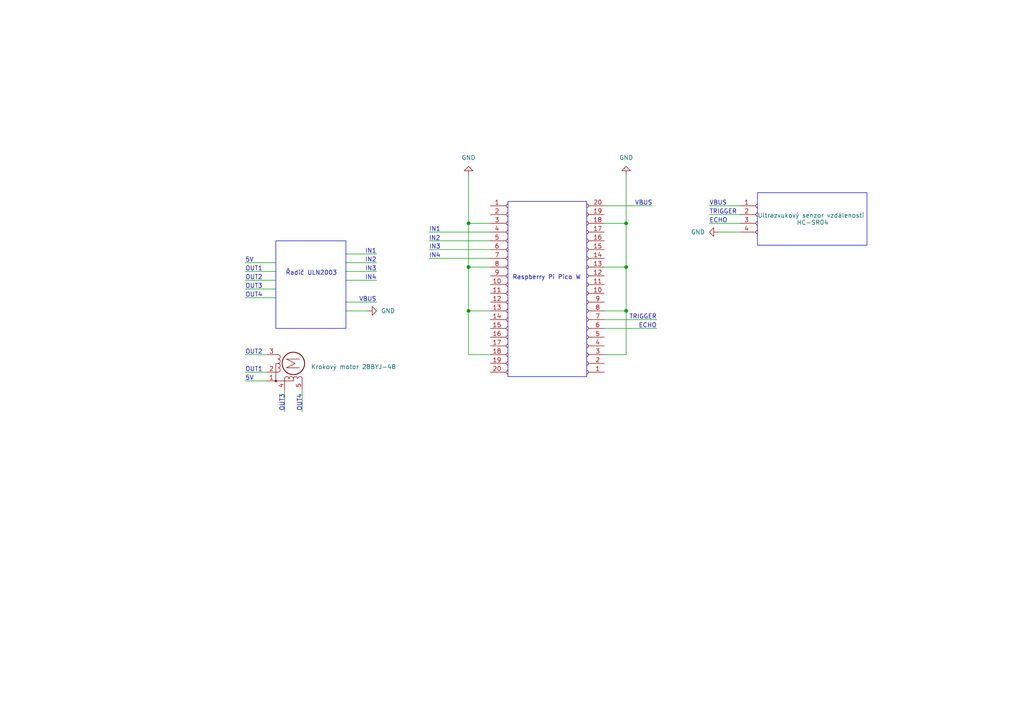
<source format=kicad_sch>
(kicad_sch (version 20230121) (generator eeschema)
  (paper "A4")
  (lib_symbols
    (symbol "Connector:Conn_01x04_Socket" (pin_names (offset 1.016) hide)
      (property "Reference" "J" (at 0 5.08 0))
      (property "Value" "Conn_01x04_Socket" (at 0 -7.62 0))
      (symbol "Conn_01x04_Socket_1_1"
        (arc (start 0 -4.572) (mid -0.5058 -5.08) (end 0 -5.588) (stroke (width 0.1524)))
        (arc (start 0 -2.032) (mid -0.5058 -2.54) (end 0 -3.048) (stroke (width 0.1524)))
        (polyline (pts (xy -1.27 -5.08) (xy -0.508 -5.08)) (stroke (width 0.1524)))
        (polyline (pts (xy -1.27 -2.54) (xy -0.508 -2.54)) (stroke (width 0.1524)))
        (polyline (pts (xy -1.27 0) (xy -0.508 0)) (stroke (width 0.1524)))
        (polyline (pts (xy -1.27 2.54) (xy -0.508 2.54)) (stroke (width 0.1524)))
        (arc (start 0 0.508) (mid -0.5058 0) (end 0 -0.508) (stroke (width 0.1524)))
        (arc (start 0 3.048) (mid -0.5058 2.54) (end 0 2.032) (stroke (width 0.1524)))
        (pin passive line (at -5.08 2.54 0) (length 3.81) (name "Pin_1") (number "1"))
        (pin passive line (at -5.08 0 0) (length 3.81) (name "Pin_2") (number "2"))
        (pin passive line (at -5.08 -2.54 0) (length 3.81) (name "Pin_3") (number "3"))
        (pin passive line (at -5.08 -5.08 0) (length 3.81) (name "Pin_4") (number "4"))
      )
    )
    (symbol "Connector:Conn_01x20_Socket" (pin_names (offset 1.016) hide)
      (property "Reference" "J" (at 0 25.4 0))
      (property "Value" "Conn_01x20_Socket" (at 0 -27.94 0))
      (symbol "Conn_01x20_Socket_1_1"
        (arc (start 0 -24.892) (mid -0.5058 -25.4) (end 0 -25.908) (stroke (width 0.1524)))
        (arc (start 0 -22.352) (mid -0.5058 -22.86) (end 0 -23.368) (stroke (width 0.1524)))
        (arc (start 0 -19.812) (mid -0.5058 -20.32) (end 0 -20.828) (stroke (width 0.1524)))
        (arc (start 0 -17.272) (mid -0.5058 -17.78) (end 0 -18.288) (stroke (width 0.1524)))
        (arc (start 0 -14.732) (mid -0.5058 -15.24) (end 0 -15.748) (stroke (width 0.1524)))
        (arc (start 0 -12.192) (mid -0.5058 -12.7) (end 0 -13.208) (stroke (width 0.1524)))
        (arc (start 0 -9.652) (mid -0.5058 -10.16) (end 0 -10.668) (stroke (width 0.1524)))
        (arc (start 0 -7.112) (mid -0.5058 -7.62) (end 0 -8.128) (stroke (width 0.1524)))
        (arc (start 0 -4.572) (mid -0.5058 -5.08) (end 0 -5.588) (stroke (width 0.1524)))
        (arc (start 0 -2.032) (mid -0.5058 -2.54) (end 0 -3.048) (stroke (width 0.1524)))
        (polyline (pts (xy -1.27 -25.4) (xy -0.508 -25.4)) (stroke (width 0.1524)))
        (polyline (pts (xy -1.27 -22.86) (xy -0.508 -22.86)) (stroke (width 0.1524)))
        (polyline (pts (xy -1.27 -20.32) (xy -0.508 -20.32)) (stroke (width 0.1524)))
        (polyline (pts (xy -1.27 -17.78) (xy -0.508 -17.78)) (stroke (width 0.1524)))
        (polyline (pts (xy -1.27 -15.24) (xy -0.508 -15.24)) (stroke (width 0.1524)))
        (polyline (pts (xy -1.27 -12.7) (xy -0.508 -12.7)) (stroke (width 0.1524)))
        (polyline (pts (xy -1.27 -10.16) (xy -0.508 -10.16)) (stroke (width 0.1524)))
        (polyline (pts (xy -1.27 -7.62) (xy -0.508 -7.62)) (stroke (width 0.1524)))
        (polyline (pts (xy -1.27 -5.08) (xy -0.508 -5.08)) (stroke (width 0.1524)))
        (polyline (pts (xy -1.27 -2.54) (xy -0.508 -2.54)) (stroke (width 0.1524)))
        (polyline (pts (xy -1.27 0) (xy -0.508 0)) (stroke (width 0.1524)))
        (polyline (pts (xy -1.27 2.54) (xy -0.508 2.54)) (stroke (width 0.1524)))
        (polyline (pts (xy -1.27 5.08) (xy -0.508 5.08)) (stroke (width 0.1524)))
        (polyline (pts (xy -1.27 7.62) (xy -0.508 7.62)) (stroke (width 0.1524)))
        (polyline (pts (xy -1.27 10.16) (xy -0.508 10.16)) (stroke (width 0.1524)))
        (polyline (pts (xy -1.27 12.7) (xy -0.508 12.7)) (stroke (width 0.1524)))
        (polyline (pts (xy -1.27 15.24) (xy -0.508 15.24)) (stroke (width 0.1524)))
        (polyline (pts (xy -1.27 17.78) (xy -0.508 17.78)) (stroke (width 0.1524)))
        (polyline (pts (xy -1.27 20.32) (xy -0.508 20.32)) (stroke (width 0.1524)))
        (polyline (pts (xy -1.27 22.86) (xy -0.508 22.86)) (stroke (width 0.1524)))
        (arc (start 0 0.508) (mid -0.5058 0) (end 0 -0.508) (stroke (width 0.1524)))
        (arc (start 0 3.048) (mid -0.5058 2.54) (end 0 2.032) (stroke (width 0.1524)))
        (arc (start 0 5.588) (mid -0.5058 5.08) (end 0 4.572) (stroke (width 0.1524)))
        (arc (start 0 8.128) (mid -0.5058 7.62) (end 0 7.112) (stroke (width 0.1524)))
        (arc (start 0 10.668) (mid -0.5058 10.16) (end 0 9.652) (stroke (width 0.1524)))
        (arc (start 0 13.208) (mid -0.5058 12.7) (end 0 12.192) (stroke (width 0.1524)))
        (arc (start 0 15.748) (mid -0.5058 15.24) (end 0 14.732) (stroke (width 0.1524)))
        (arc (start 0 18.288) (mid -0.5058 17.78) (end 0 17.272) (stroke (width 0.1524)))
        (arc (start 0 20.828) (mid -0.5058 20.32) (end 0 19.812) (stroke (width 0.1524)))
        (arc (start 0 23.368) (mid -0.5058 22.86) (end 0 22.352) (stroke (width 0.1524)))
        (pin passive line (at -5.08 22.86 0) (length 3.81) (name "Pin_1") (number "1"))
        (pin passive line (at -5.08 0 0) (length 3.81) (name "Pin_10") (number "10"))
        (pin passive line (at -5.08 -2.54 0) (length 3.81) (name "Pin_11") (number "11"))
        (pin passive line (at -5.08 -5.08 0) (length 3.81) (name "Pin_12") (number "12"))
        (pin passive line (at -5.08 -7.62 0) (length 3.81) (name "Pin_13") (number "13"))
        (pin passive line (at -5.08 -10.16 0) (length 3.81) (name "Pin_14") (number "14"))
        (pin passive line (at -5.08 -12.7 0) (length 3.81) (name "Pin_15") (number "15"))
        (pin passive line (at -5.08 -15.24 0) (length 3.81) (name "Pin_16") (number "16"))
        (pin passive line (at -5.08 -17.78 0) (length 3.81) (name "Pin_17") (number "17"))
        (pin passive line (at -5.08 -20.32 0) (length 3.81) (name "Pin_18") (number "18"))
        (pin passive line (at -5.08 -22.86 0) (length 3.81) (name "Pin_19") (number "19"))
        (pin passive line (at -5.08 20.32 0) (length 3.81) (name "Pin_2") (number "2"))
        (pin passive line (at -5.08 -25.4 0) (length 3.81) (name "Pin_20") (number "20"))
        (pin passive line (at -5.08 17.78 0) (length 3.81) (name "Pin_3") (number "3"))
        (pin passive line (at -5.08 15.24 0) (length 3.81) (name "Pin_4") (number "4"))
        (pin passive line (at -5.08 12.7 0) (length 3.81) (name "Pin_5") (number "5"))
        (pin passive line (at -5.08 10.16 0) (length 3.81) (name "Pin_6") (number "6"))
        (pin passive line (at -5.08 7.62 0) (length 3.81) (name "Pin_7") (number "7"))
        (pin passive line (at -5.08 5.08 0) (length 3.81) (name "Pin_8") (number "8"))
        (pin passive line (at -5.08 2.54 0) (length 3.81) (name "Pin_9") (number "9"))
      )
    )
    (symbol "Motor:Stepper_Motor_unipolar_5pin" (pin_names (offset 0) hide)
      (property "Reference" "M" (at 3.81 2.54 0))
      (property "Value" "Stepper_Motor_unipolar_5pin" (at 3.81 1.27 0))
      (symbol "Stepper_Motor_unipolar_5pin_0_0"
        (polyline (pts (xy -1.27 -1.778) (xy -1.27 2.032) (xy 0 -0.508) (xy 1.27 2.032) (xy 1.27 -1.778)))
      )
      (symbol "Stepper_Motor_unipolar_5pin_0_1"
        (circle (center -5.08 5.08) (radius 0.0001) (fill (type outline)))
        (circle (center -5.08 5.08) (radius 0.254) (fill (type outline)))
        (arc (start -4.445 -2.54) (mid -3.8127 -1.905) (end -4.445 -1.27))
        (arc (start -4.445 -1.27) (mid -3.8127 -0.635) (end -4.445 0))
        (arc (start -4.445 0) (mid -3.8127 0.635) (end -4.445 1.27))
        (arc (start -4.445 1.27) (mid -3.8127 1.905) (end -4.445 2.54))
        (arc (start -2.54 4.445) (mid -1.905 3.8127) (end -1.27 4.445))
        (arc (start -1.27 4.445) (mid -0.635 3.8127) (end 0 4.445))
        (polyline (pts (xy -5.08 -2.54) (xy -4.445 -2.54)))
        (polyline (pts (xy -5.08 2.54) (xy -4.445 2.54)))
        (polyline (pts (xy -2.54 4.445) (xy -2.54 5.08)))
        (polyline (pts (xy 2.54 4.445) (xy 2.54 5.08)))
        (polyline (pts (xy -5.08 5.08) (xy -5.08 0) (xy -4.445 0)))
        (polyline (pts (xy 0 4.445) (xy 0 5.08) (xy -5.08 5.08)))
        (circle (center 0 0) (radius 3.2512) (stroke (width 0.254)))
        (arc (start 0 4.445) (mid 0.635 3.8127) (end 1.27 4.445))
        (arc (start 1.27 4.445) (mid 1.905 3.8127) (end 2.54 4.445))
      )
      (symbol "Stepper_Motor_unipolar_5pin_1_1"
        (pin passive line (at -5.08 7.62 270) (length 2.54) (name "~") (number "1"))
        (pin passive line (at -2.54 7.62 270) (length 2.54) (name "~") (number "2"))
        (pin passive line (at 2.54 7.62 270) (length 2.54) (name "-") (number "3"))
        (pin passive line (at -7.62 2.54 0) (length 2.54) (name "~") (number "4"))
        (pin passive line (at -7.62 -2.54 0) (length 2.54) (name "~") (number "5"))
      )
    )
    (symbol "power:GND" (power) (pin_names (offset 0))
      (property "Value" "GND" (at 0 -3.81 0))
      (symbol "GND_0_1"
        (polyline (pts (xy 0 0) (xy 0 -1.27) (xy 1.27 -1.27) (xy 0 -2.54) (xy -1.27 -1.27) (xy 0 -1.27)))
      )
      (symbol "GND_1_1"
        (pin power_in line (at 0 0 270) (length 0) hide (name "GND") (number "1"))
      )
    )
  )
  (junction (at 181.61 64.77))
  (junction (at 135.89 77.47))
  (junction (at 135.89 90.17))
  (junction (at 181.61 90.17))
  (junction (at 135.89 64.77))
  (junction (at 181.61 77.47))
  (wire (pts (xy 205.74 59.69) (xy 214.63 59.69)))
  (wire (pts (xy 71.12 78.74) (xy 80.01 78.74)))
  (wire (pts (xy 142.24 64.77) (xy 135.89 64.77)))
  (wire (pts (xy 124.46 69.85) (xy 142.24 69.85)))
  (wire (pts (xy 205.74 64.77) (xy 214.63 64.77)))
  (wire (pts (xy 175.26 59.69) (xy 189.23 59.69)))
  (wire (pts (xy 135.89 77.47) (xy 142.24 77.47)))
  (wire (pts (xy 71.12 102.87) (xy 77.47 102.87)))
  (wire (pts (xy 135.89 90.17) (xy 135.89 102.87)))
  (wire (pts (xy 208.28 67.31) (xy 214.63 67.31)))
  (wire (pts (xy 135.89 50.8) (xy 135.89 64.77)))
  (wire (pts (xy 175.26 77.47) (xy 181.61 77.47)))
  (wire (pts (xy 100.33 81.28) (xy 109.22 81.28)))
  (wire (pts (xy 135.89 64.77) (xy 135.89 77.47)))
  (wire (pts (xy 175.26 92.71) (xy 190.5 92.71)))
  (wire (pts (xy 71.12 110.49) (xy 77.47 110.49)))
  (wire (pts (xy 205.74 62.23) (xy 214.63 62.23)))
  (wire (pts (xy 71.12 76.2) (xy 80.01 76.2)))
  (wire (pts (xy 181.61 90.17) (xy 181.61 102.87)))
  (wire (pts (xy 135.89 90.17) (xy 142.24 90.17)))
  (wire (pts (xy 135.89 102.87) (xy 142.24 102.87)))
  (wire (pts (xy 100.33 87.63) (xy 109.22 87.63)))
  (wire (pts (xy 71.12 81.28) (xy 80.01 81.28)))
  (wire (pts (xy 71.12 86.36) (xy 80.01 86.36)))
  (wire (pts (xy 100.33 78.74) (xy 109.22 78.74)))
  (wire (pts (xy 175.26 64.77) (xy 181.61 64.77)))
  (wire (pts (xy 181.61 90.17) (xy 175.26 90.17)))
  (wire (pts (xy 100.33 76.2) (xy 109.22 76.2)))
  (wire (pts (xy 124.46 74.93) (xy 142.24 74.93)))
  (wire (pts (xy 124.46 67.31) (xy 142.24 67.31)))
  (wire (pts (xy 181.61 77.47) (xy 181.61 90.17)))
  (wire (pts (xy 135.89 77.47) (xy 135.89 90.17)))
  (wire (pts (xy 181.61 50.8) (xy 181.61 64.77)))
  (wire (pts (xy 71.12 107.95) (xy 77.47 107.95)))
  (wire (pts (xy 87.63 119.38) (xy 87.63 113.03)))
  (wire (pts (xy 181.61 77.47) (xy 181.61 64.77)))
  (wire (pts (xy 82.55 119.38) (xy 82.55 113.03)))
  (wire (pts (xy 124.46 72.39) (xy 142.24 72.39)))
  (wire (pts (xy 181.61 102.87) (xy 175.26 102.87)))
  (wire (pts (xy 175.26 95.25) (xy 190.5 95.25)))
  (wire (pts (xy 100.33 73.66) (xy 109.22 73.66)))
  (wire (pts (xy 71.12 83.82) (xy 80.01 83.82)))
  (wire (pts (xy 100.33 90.17) (xy 106.68 90.17)))
  (rectangle (start 80.01 69.85) (end 100.33 95.25))
  (rectangle (start 147.32 58.42) (end 170.18 109.22))
  (rectangle (start 219.71 55.88) (end 251.46 71.12))
  (text "IN2\n" (at 109.22 76.2 0) (effects (font (size 1.27 1.27)) (justify right bottom)))
  (text "IN4\n" (at 124.46 74.93 0) (effects (font (size 1.27 1.27)) (justify left bottom)))
  (text "IN2\n" (at 124.3884 69.9557 0) (effects (font (size 1.27 1.27)) (justify left bottom)))
  (text "IN3\n" (at 124.46 72.39 0) (effects (font (size 1.27 1.27)) (justify left bottom)))
  (text "OUT3\n" (at 71.12 83.82 0) (effects (font (size 1.27 1.27)) (justify left bottom)))
  (text "5V" (at 71.12 110.49 0) (effects (font (size 1.27 1.27)) (justify left bottom)))
  (text "IN3\n" (at 109.22 78.74 0) (effects (font (size 1.27 1.27)) (justify right bottom)))
  (text "VBUS" (at 189.23 59.69 0) (effects (font (size 1.27 1.27)) (justify right bottom)))
  (text "OUT1" (at 71.12 78.74 0) (effects (font (size 1.27 1.27)) (justify left bottom)))
  (text "OUT4" (at 87.63 119.38 90) (effects (font (size 1.27 1.27)) (justify left bottom)))
  (text "ECHO\n" (at 205.74 64.77 0) (effects (font (size 1.27 1.27)) (justify left bottom)))
  (text "OUT2\n" (at 71.12 81.28 0) (effects (font (size 1.27 1.27)) (justify left bottom)))
  (text "VBUS\n" (at 205.74 59.69 0) (effects (font (size 1.27 1.27)) (justify left bottom)))
  (text "Raspberry Pi Pico W\n" (at 148.59 81.28 0) (effects (font (size 1.27 1.27)) (justify left bottom)))
  (text "Řadič ULN2003" (at 97.79 80.01 0) (effects (font (size 1.27 1.27)) (justify right bottom)))
  (text "IN1\n" (at 109.22 73.66 0) (effects (font (size 1.27 1.27)) (justify right bottom)))
  (text "OUT2\n" (at 71.12 102.87 0) (effects (font (size 1.27 1.27)) (justify left bottom)))
  (text "TRIGGER\n" (at 205.74 62.23 0) (effects (font (size 1.27 1.27)) (justify left bottom)))
  (text "TRIGGER\n" (at 190.5 92.71 0) (effects (font (size 1.27 1.27)) (justify right bottom)))
  (text "ECHO\n" (at 190.5 95.25 0) (effects (font (size 1.27 1.27)) (justify right bottom)))
  (text "OUT3" (at 82.55 119.38 90) (effects (font (size 1.27 1.27)) (justify left bottom)))
  (text "OUT1" (at 71.12 107.95 0) (effects (font (size 1.27 1.27)) (justify left bottom)))
  (text "IN4\n" (at 109.22 81.28 0) (effects (font (size 1.27 1.27)) (justify right bottom)))
  (text "OUT4" (at 71.12 86.36 0) (effects (font (size 1.27 1.27)) (justify left bottom)))
  (text "5V" (at 71.12 76.2 0) (effects (font (size 1.27 1.27)) (justify left bottom)))
  (text "VBUS" (at 109.22 87.63 0) (effects (font (size 1.27 1.27)) (justify right bottom)))
  (text "IN1\n" (at 124.46 67.31 0) (effects (font (size 1.27 1.27)) (justify left bottom)))
  (symbol (lib_id "Connector:Conn_01x20_Socket") (at 170.18 85.09 180) (unit 1)
    (property "Reference" "J2" (effects hide))
    (property "Value" "Conn_01x20_Socket" (effects hide))
  )
  (symbol (lib_id "power:GND") (at 181.61 50.8 180) (unit 1)
    (property "Reference" "#PWR02" (effects hide))
    (property "Value" "GND" (at 181.61 45.72 0))
  )
  (symbol (lib_id "Motor:Stepper_Motor_unipolar_5pin") (at 85.09 105.41 90) (unit 1)
    (property "Reference" "M1" (effects hide))
    (property "Value" "Krokový motor 28BYJ-48" (at 90.17 106.3879 90) (effects (justify right)))
    (property "Datasheet" "http://www.infineon.com/dgdl/Application-Note-TLE8110EE_driving_UniPolarStepperMotor_V1.1.pdf?fileId=db3a30431be39b97011be5d0aa0a00b0" (effects hide))
  )
  (symbol (lib_id "power:GND") (at 135.89 50.8 180) (unit 1)
    (property "Reference" "#PWR01" (effects hide))
    (property "Value" "GND" (at 135.89 45.72 0))
  )
  (symbol (lib_id "power:GND") (at 208.28 67.31 270) (unit 1)
    (property "Reference" "#PWR03" (effects hide))
    (property "Value" "GND" (at 204.47 67.31 90) (effects (justify right)))
  )
  (symbol (lib_id "Connector:Conn_01x04_Socket") (at 219.71 62.23 0) (unit 1)
    (property "Reference" "J3" (effects hide))
    (property "Value" "Ultrazvukový senzor vzdálenosti\n HC-SR04" (at 219.71 63.5 0) (effects (justify left)))
  )
  (symbol (lib_id "power:GND") (at 106.68 90.17 90) (unit 1)
    (property "Reference" "#PWR04" (effects hide))
    (property "Value" "GND" (at 110.49 90.17 90) (effects (justify right)))
  )
  (symbol (lib_id "Connector:Conn_01x20_Socket") (at 147.32 82.55 0) (unit 1)
    (property "Reference" "J1" (effects hide))
    (property "Value" "Conn_01x20_Socket" (effects hide))
  )
)
</source>
